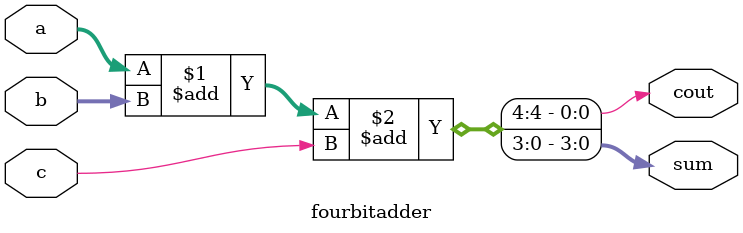
<source format=v>
module fourbitadder(a,b,c,sum,cout);
input [3:0]a;
input [3:0]b;
input c;
output [3:0]sum;
output cout;

assign {cout,sum}=a+b+c;
endmodule


</source>
